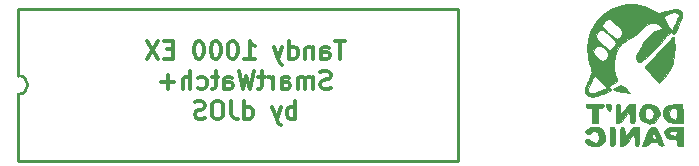
<source format=gbr>
G04 #@! TF.GenerationSoftware,KiCad,Pcbnew,(5.1.4-0-10_14)*
G04 #@! TF.CreationDate,2020-02-03T15:06:25+11:00*
G04 #@! TF.ProjectId,SmartWatch+,536d6172-7457-4617-9463-682b2e6b6963,rev?*
G04 #@! TF.SameCoordinates,Original*
G04 #@! TF.FileFunction,Legend,Bot*
G04 #@! TF.FilePolarity,Positive*
%FSLAX46Y46*%
G04 Gerber Fmt 4.6, Leading zero omitted, Abs format (unit mm)*
G04 Created by KiCad (PCBNEW (5.1.4-0-10_14)) date 2020-02-03 15:06:25*
%MOMM*%
%LPD*%
G04 APERTURE LIST*
%ADD10C,0.300000*%
%ADD11C,0.250000*%
%ADD12C,0.010000*%
G04 APERTURE END LIST*
D10*
X49703571Y-47301571D02*
X48846428Y-47301571D01*
X49275000Y-48801571D02*
X49275000Y-47301571D01*
X47703571Y-48801571D02*
X47703571Y-48015857D01*
X47775000Y-47873000D01*
X47917857Y-47801571D01*
X48203571Y-47801571D01*
X48346428Y-47873000D01*
X47703571Y-48730142D02*
X47846428Y-48801571D01*
X48203571Y-48801571D01*
X48346428Y-48730142D01*
X48417857Y-48587285D01*
X48417857Y-48444428D01*
X48346428Y-48301571D01*
X48203571Y-48230142D01*
X47846428Y-48230142D01*
X47703571Y-48158714D01*
X46989285Y-47801571D02*
X46989285Y-48801571D01*
X46989285Y-47944428D02*
X46917857Y-47873000D01*
X46775000Y-47801571D01*
X46560714Y-47801571D01*
X46417857Y-47873000D01*
X46346428Y-48015857D01*
X46346428Y-48801571D01*
X44989285Y-48801571D02*
X44989285Y-47301571D01*
X44989285Y-48730142D02*
X45132142Y-48801571D01*
X45417857Y-48801571D01*
X45560714Y-48730142D01*
X45632142Y-48658714D01*
X45703571Y-48515857D01*
X45703571Y-48087285D01*
X45632142Y-47944428D01*
X45560714Y-47873000D01*
X45417857Y-47801571D01*
X45132142Y-47801571D01*
X44989285Y-47873000D01*
X44417857Y-47801571D02*
X44060714Y-48801571D01*
X43703571Y-47801571D02*
X44060714Y-48801571D01*
X44203571Y-49158714D01*
X44275000Y-49230142D01*
X44417857Y-49301571D01*
X41203571Y-48801571D02*
X42060714Y-48801571D01*
X41632142Y-48801571D02*
X41632142Y-47301571D01*
X41775000Y-47515857D01*
X41917857Y-47658714D01*
X42060714Y-47730142D01*
X40275000Y-47301571D02*
X40132142Y-47301571D01*
X39989285Y-47373000D01*
X39917857Y-47444428D01*
X39846428Y-47587285D01*
X39775000Y-47873000D01*
X39775000Y-48230142D01*
X39846428Y-48515857D01*
X39917857Y-48658714D01*
X39989285Y-48730142D01*
X40132142Y-48801571D01*
X40275000Y-48801571D01*
X40417857Y-48730142D01*
X40489285Y-48658714D01*
X40560714Y-48515857D01*
X40632142Y-48230142D01*
X40632142Y-47873000D01*
X40560714Y-47587285D01*
X40489285Y-47444428D01*
X40417857Y-47373000D01*
X40275000Y-47301571D01*
X38846428Y-47301571D02*
X38703571Y-47301571D01*
X38560714Y-47373000D01*
X38489285Y-47444428D01*
X38417857Y-47587285D01*
X38346428Y-47873000D01*
X38346428Y-48230142D01*
X38417857Y-48515857D01*
X38489285Y-48658714D01*
X38560714Y-48730142D01*
X38703571Y-48801571D01*
X38846428Y-48801571D01*
X38989285Y-48730142D01*
X39060714Y-48658714D01*
X39132142Y-48515857D01*
X39203571Y-48230142D01*
X39203571Y-47873000D01*
X39132142Y-47587285D01*
X39060714Y-47444428D01*
X38989285Y-47373000D01*
X38846428Y-47301571D01*
X37417857Y-47301571D02*
X37275000Y-47301571D01*
X37132142Y-47373000D01*
X37060714Y-47444428D01*
X36989285Y-47587285D01*
X36917857Y-47873000D01*
X36917857Y-48230142D01*
X36989285Y-48515857D01*
X37060714Y-48658714D01*
X37132142Y-48730142D01*
X37275000Y-48801571D01*
X37417857Y-48801571D01*
X37560714Y-48730142D01*
X37632142Y-48658714D01*
X37703571Y-48515857D01*
X37775000Y-48230142D01*
X37775000Y-47873000D01*
X37703571Y-47587285D01*
X37632142Y-47444428D01*
X37560714Y-47373000D01*
X37417857Y-47301571D01*
X35132142Y-48015857D02*
X34632142Y-48015857D01*
X34417857Y-48801571D02*
X35132142Y-48801571D01*
X35132142Y-47301571D01*
X34417857Y-47301571D01*
X33917857Y-47301571D02*
X32917857Y-48801571D01*
X32917857Y-47301571D02*
X33917857Y-48801571D01*
X48489285Y-51280142D02*
X48275000Y-51351571D01*
X47917857Y-51351571D01*
X47775000Y-51280142D01*
X47703571Y-51208714D01*
X47632142Y-51065857D01*
X47632142Y-50923000D01*
X47703571Y-50780142D01*
X47775000Y-50708714D01*
X47917857Y-50637285D01*
X48203571Y-50565857D01*
X48346428Y-50494428D01*
X48417857Y-50423000D01*
X48489285Y-50280142D01*
X48489285Y-50137285D01*
X48417857Y-49994428D01*
X48346428Y-49923000D01*
X48203571Y-49851571D01*
X47846428Y-49851571D01*
X47632142Y-49923000D01*
X46989285Y-51351571D02*
X46989285Y-50351571D01*
X46989285Y-50494428D02*
X46917857Y-50423000D01*
X46775000Y-50351571D01*
X46560714Y-50351571D01*
X46417857Y-50423000D01*
X46346428Y-50565857D01*
X46346428Y-51351571D01*
X46346428Y-50565857D02*
X46275000Y-50423000D01*
X46132142Y-50351571D01*
X45917857Y-50351571D01*
X45775000Y-50423000D01*
X45703571Y-50565857D01*
X45703571Y-51351571D01*
X44346428Y-51351571D02*
X44346428Y-50565857D01*
X44417857Y-50423000D01*
X44560714Y-50351571D01*
X44846428Y-50351571D01*
X44989285Y-50423000D01*
X44346428Y-51280142D02*
X44489285Y-51351571D01*
X44846428Y-51351571D01*
X44989285Y-51280142D01*
X45060714Y-51137285D01*
X45060714Y-50994428D01*
X44989285Y-50851571D01*
X44846428Y-50780142D01*
X44489285Y-50780142D01*
X44346428Y-50708714D01*
X43632142Y-51351571D02*
X43632142Y-50351571D01*
X43632142Y-50637285D02*
X43560714Y-50494428D01*
X43489285Y-50423000D01*
X43346428Y-50351571D01*
X43203571Y-50351571D01*
X42917857Y-50351571D02*
X42346428Y-50351571D01*
X42703571Y-49851571D02*
X42703571Y-51137285D01*
X42632142Y-51280142D01*
X42489285Y-51351571D01*
X42346428Y-51351571D01*
X41989285Y-49851571D02*
X41632142Y-51351571D01*
X41346428Y-50280142D01*
X41060714Y-51351571D01*
X40703571Y-49851571D01*
X39489285Y-51351571D02*
X39489285Y-50565857D01*
X39560714Y-50423000D01*
X39703571Y-50351571D01*
X39989285Y-50351571D01*
X40132142Y-50423000D01*
X39489285Y-51280142D02*
X39632142Y-51351571D01*
X39989285Y-51351571D01*
X40132142Y-51280142D01*
X40203571Y-51137285D01*
X40203571Y-50994428D01*
X40132142Y-50851571D01*
X39989285Y-50780142D01*
X39632142Y-50780142D01*
X39489285Y-50708714D01*
X38989285Y-50351571D02*
X38417857Y-50351571D01*
X38775000Y-49851571D02*
X38775000Y-51137285D01*
X38703571Y-51280142D01*
X38560714Y-51351571D01*
X38417857Y-51351571D01*
X37275000Y-51280142D02*
X37417857Y-51351571D01*
X37703571Y-51351571D01*
X37846428Y-51280142D01*
X37917857Y-51208714D01*
X37989285Y-51065857D01*
X37989285Y-50637285D01*
X37917857Y-50494428D01*
X37846428Y-50423000D01*
X37703571Y-50351571D01*
X37417857Y-50351571D01*
X37275000Y-50423000D01*
X36632142Y-51351571D02*
X36632142Y-49851571D01*
X35989285Y-51351571D02*
X35989285Y-50565857D01*
X36060714Y-50423000D01*
X36203571Y-50351571D01*
X36417857Y-50351571D01*
X36560714Y-50423000D01*
X36632142Y-50494428D01*
X35275000Y-50780142D02*
X34132142Y-50780142D01*
X34703571Y-51351571D02*
X34703571Y-50208714D01*
X45489285Y-53901571D02*
X45489285Y-52401571D01*
X45489285Y-52973000D02*
X45346428Y-52901571D01*
X45060714Y-52901571D01*
X44917857Y-52973000D01*
X44846428Y-53044428D01*
X44775000Y-53187285D01*
X44775000Y-53615857D01*
X44846428Y-53758714D01*
X44917857Y-53830142D01*
X45060714Y-53901571D01*
X45346428Y-53901571D01*
X45489285Y-53830142D01*
X44275000Y-52901571D02*
X43917857Y-53901571D01*
X43560714Y-52901571D02*
X43917857Y-53901571D01*
X44060714Y-54258714D01*
X44132142Y-54330142D01*
X44275000Y-54401571D01*
X41203571Y-53901571D02*
X41203571Y-52401571D01*
X41203571Y-53830142D02*
X41346428Y-53901571D01*
X41632142Y-53901571D01*
X41775000Y-53830142D01*
X41846428Y-53758714D01*
X41917857Y-53615857D01*
X41917857Y-53187285D01*
X41846428Y-53044428D01*
X41775000Y-52973000D01*
X41632142Y-52901571D01*
X41346428Y-52901571D01*
X41203571Y-52973000D01*
X40060714Y-52401571D02*
X40060714Y-53473000D01*
X40132142Y-53687285D01*
X40275000Y-53830142D01*
X40489285Y-53901571D01*
X40632142Y-53901571D01*
X39060714Y-52401571D02*
X38775000Y-52401571D01*
X38632142Y-52473000D01*
X38489285Y-52615857D01*
X38417857Y-52901571D01*
X38417857Y-53401571D01*
X38489285Y-53687285D01*
X38632142Y-53830142D01*
X38775000Y-53901571D01*
X39060714Y-53901571D01*
X39203571Y-53830142D01*
X39346428Y-53687285D01*
X39417857Y-53401571D01*
X39417857Y-52901571D01*
X39346428Y-52615857D01*
X39203571Y-52473000D01*
X39060714Y-52401571D01*
X37846428Y-53830142D02*
X37632142Y-53901571D01*
X37275000Y-53901571D01*
X37132142Y-53830142D01*
X37060714Y-53758714D01*
X36989285Y-53615857D01*
X36989285Y-53473000D01*
X37060714Y-53330142D01*
X37132142Y-53258714D01*
X37275000Y-53187285D01*
X37560714Y-53115857D01*
X37703571Y-53044428D01*
X37775000Y-52973000D01*
X37846428Y-52830142D01*
X37846428Y-52687285D01*
X37775000Y-52544428D01*
X37703571Y-52473000D01*
X37560714Y-52401571D01*
X37203571Y-52401571D01*
X36989285Y-52473000D01*
D11*
X22040000Y-57434000D02*
X59240000Y-57434000D01*
X59240000Y-44634000D02*
X59240000Y-57434000D01*
X22040000Y-44634000D02*
X59240000Y-44634000D01*
X22040000Y-44634000D02*
X22040000Y-50234000D01*
X22040000Y-57434000D02*
X22040000Y-51834000D01*
X22040000Y-51834000D02*
G75*
G03X22040000Y-50234000I-372J800000D01*
G01*
D12*
G36*
X77745166Y-54568915D02*
G01*
X77294761Y-54593670D01*
X76988099Y-54671806D01*
X76805435Y-54812596D01*
X76727026Y-55025313D01*
X76724409Y-55048297D01*
X76769012Y-55309397D01*
X76955713Y-55487186D01*
X77275672Y-55575112D01*
X77446505Y-55583667D01*
X77673033Y-55591035D01*
X77777492Y-55638917D01*
X77807133Y-55765976D01*
X77808666Y-55880000D01*
X77822826Y-56079095D01*
X77894646Y-56160756D01*
X78062666Y-56176334D01*
X78316666Y-56176334D01*
X78316666Y-55118000D01*
X77808666Y-55118000D01*
X77778622Y-55272998D01*
X77654353Y-55326463D01*
X77571600Y-55329667D01*
X77362859Y-55297771D01*
X77239549Y-55234683D01*
X77171086Y-55089828D01*
X77247810Y-54972226D01*
X77445579Y-54910004D01*
X77521392Y-54906334D01*
X77717850Y-54923351D01*
X77796612Y-54999082D01*
X77808666Y-55118000D01*
X78316666Y-55118000D01*
X78316666Y-54567667D01*
X77745166Y-54568915D01*
X77745166Y-54568915D01*
G37*
X77745166Y-54568915D02*
X77294761Y-54593670D01*
X76988099Y-54671806D01*
X76805435Y-54812596D01*
X76727026Y-55025313D01*
X76724409Y-55048297D01*
X76769012Y-55309397D01*
X76955713Y-55487186D01*
X77275672Y-55575112D01*
X77446505Y-55583667D01*
X77673033Y-55591035D01*
X77777492Y-55638917D01*
X77807133Y-55765976D01*
X77808666Y-55880000D01*
X77822826Y-56079095D01*
X77894646Y-56160756D01*
X78062666Y-56176334D01*
X78316666Y-56176334D01*
X78316666Y-55118000D01*
X77808666Y-55118000D01*
X77778622Y-55272998D01*
X77654353Y-55326463D01*
X77571600Y-55329667D01*
X77362859Y-55297771D01*
X77239549Y-55234683D01*
X77171086Y-55089828D01*
X77247810Y-54972226D01*
X77445579Y-54910004D01*
X77521392Y-54906334D01*
X77717850Y-54923351D01*
X77796612Y-54999082D01*
X77808666Y-55118000D01*
X78316666Y-55118000D01*
X78316666Y-54567667D01*
X77745166Y-54568915D01*
G36*
X75645761Y-54616113D02*
G01*
X75547513Y-54653623D01*
X75461292Y-54751291D01*
X75364945Y-54937876D01*
X75236322Y-55242136D01*
X75174951Y-55393167D01*
X74857556Y-56176334D01*
X75102466Y-56176334D01*
X75340750Y-56113493D01*
X75438000Y-56007000D01*
X75562400Y-55884216D01*
X75787926Y-55839105D01*
X75858607Y-55837667D01*
X76093555Y-55859900D01*
X76212296Y-55941008D01*
X76242333Y-56007000D01*
X76366663Y-56149297D01*
X76502039Y-56176334D01*
X76656283Y-56154131D01*
X76702585Y-56112834D01*
X76668095Y-56012026D01*
X76580137Y-55794646D01*
X76454343Y-55498714D01*
X76443560Y-55473995D01*
X76011958Y-55473995D01*
X76010506Y-55561436D01*
X75924852Y-55583081D01*
X75861333Y-55583667D01*
X75719218Y-55524097D01*
X75693296Y-55435500D01*
X75738931Y-55231772D01*
X75773102Y-55163202D01*
X75839767Y-55105292D01*
X75904558Y-55186087D01*
X75941139Y-55274547D01*
X76011958Y-55473995D01*
X76443560Y-55473995D01*
X76380600Y-55329667D01*
X76229334Y-54992431D01*
X76119912Y-54781374D01*
X76027619Y-54666972D01*
X75927742Y-54619701D01*
X75795566Y-54610035D01*
X75778189Y-54610000D01*
X75645761Y-54616113D01*
X75645761Y-54616113D01*
G37*
X75645761Y-54616113D02*
X75547513Y-54653623D01*
X75461292Y-54751291D01*
X75364945Y-54937876D01*
X75236322Y-55242136D01*
X75174951Y-55393167D01*
X74857556Y-56176334D01*
X75102466Y-56176334D01*
X75340750Y-56113493D01*
X75438000Y-56007000D01*
X75562400Y-55884216D01*
X75787926Y-55839105D01*
X75858607Y-55837667D01*
X76093555Y-55859900D01*
X76212296Y-55941008D01*
X76242333Y-56007000D01*
X76366663Y-56149297D01*
X76502039Y-56176334D01*
X76656283Y-56154131D01*
X76702585Y-56112834D01*
X76668095Y-56012026D01*
X76580137Y-55794646D01*
X76454343Y-55498714D01*
X76443560Y-55473995D01*
X76011958Y-55473995D01*
X76010506Y-55561436D01*
X75924852Y-55583081D01*
X75861333Y-55583667D01*
X75719218Y-55524097D01*
X75693296Y-55435500D01*
X75738931Y-55231772D01*
X75773102Y-55163202D01*
X75839767Y-55105292D01*
X75904558Y-55186087D01*
X75941139Y-55274547D01*
X76011958Y-55473995D01*
X76443560Y-55473995D01*
X76380600Y-55329667D01*
X76229334Y-54992431D01*
X76119912Y-54781374D01*
X76027619Y-54666972D01*
X75927742Y-54619701D01*
X75795566Y-54610035D01*
X75778189Y-54610000D01*
X75645761Y-54616113D01*
G36*
X74183061Y-54595414D02*
G01*
X74031116Y-54699074D01*
X73849244Y-54909276D01*
X73773044Y-55011184D01*
X73448333Y-55454702D01*
X73406000Y-55032351D01*
X73369103Y-54775996D01*
X73312009Y-54648789D01*
X73214578Y-54610548D01*
X73194333Y-54610000D01*
X73114249Y-54623640D01*
X73062416Y-54685695D01*
X73030995Y-54827864D01*
X73012147Y-55081849D01*
X73000656Y-55393167D01*
X72976312Y-56176334D01*
X73218685Y-56176334D01*
X73374509Y-56149030D01*
X73522347Y-56047036D01*
X73699525Y-55840223D01*
X73793362Y-55712493D01*
X73969781Y-55478184D01*
X74112111Y-55310814D01*
X74189166Y-55246826D01*
X74223934Y-55322341D01*
X74246998Y-55519063D01*
X74252666Y-55710667D01*
X74260016Y-55979775D01*
X74291794Y-56119965D01*
X74362593Y-56171367D01*
X74422000Y-56176334D01*
X74500702Y-56164188D01*
X74550374Y-56106810D01*
X74577627Y-55972790D01*
X74589075Y-55730716D01*
X74591333Y-55372000D01*
X74591333Y-54567667D01*
X74344544Y-54567667D01*
X74183061Y-54595414D01*
X74183061Y-54595414D01*
G37*
X74183061Y-54595414D02*
X74031116Y-54699074D01*
X73849244Y-54909276D01*
X73773044Y-55011184D01*
X73448333Y-55454702D01*
X73406000Y-55032351D01*
X73369103Y-54775996D01*
X73312009Y-54648789D01*
X73214578Y-54610548D01*
X73194333Y-54610000D01*
X73114249Y-54623640D01*
X73062416Y-54685695D01*
X73030995Y-54827864D01*
X73012147Y-55081849D01*
X73000656Y-55393167D01*
X72976312Y-56176334D01*
X73218685Y-56176334D01*
X73374509Y-56149030D01*
X73522347Y-56047036D01*
X73699525Y-55840223D01*
X73793362Y-55712493D01*
X73969781Y-55478184D01*
X74112111Y-55310814D01*
X74189166Y-55246826D01*
X74223934Y-55322341D01*
X74246998Y-55519063D01*
X74252666Y-55710667D01*
X74260016Y-55979775D01*
X74291794Y-56119965D01*
X74362593Y-56171367D01*
X74422000Y-56176334D01*
X74500702Y-56164188D01*
X74550374Y-56106810D01*
X74577627Y-55972790D01*
X74589075Y-55730716D01*
X74591333Y-55372000D01*
X74591333Y-54567667D01*
X74344544Y-54567667D01*
X74183061Y-54595414D01*
G36*
X72249609Y-54573252D02*
G01*
X72187766Y-54611155D01*
X72153790Y-54713092D01*
X72139335Y-54910784D01*
X72136053Y-55235947D01*
X72136000Y-55372000D01*
X72137470Y-55744619D01*
X72147444Y-55979623D01*
X72174270Y-56108730D01*
X72226294Y-56163660D01*
X72311863Y-56176130D01*
X72347666Y-56176334D01*
X72445724Y-56170748D01*
X72507567Y-56132846D01*
X72541543Y-56030908D01*
X72555998Y-55833217D01*
X72559280Y-55508054D01*
X72559333Y-55372000D01*
X72557863Y-54999381D01*
X72547889Y-54764377D01*
X72521063Y-54635270D01*
X72469039Y-54580340D01*
X72383470Y-54567870D01*
X72347666Y-54567667D01*
X72249609Y-54573252D01*
X72249609Y-54573252D01*
G37*
X72249609Y-54573252D02*
X72187766Y-54611155D01*
X72153790Y-54713092D01*
X72139335Y-54910784D01*
X72136053Y-55235947D01*
X72136000Y-55372000D01*
X72137470Y-55744619D01*
X72147444Y-55979623D01*
X72174270Y-56108730D01*
X72226294Y-56163660D01*
X72311863Y-56176130D01*
X72347666Y-56176334D01*
X72445724Y-56170748D01*
X72507567Y-56132846D01*
X72541543Y-56030908D01*
X72555998Y-55833217D01*
X72559280Y-55508054D01*
X72559333Y-55372000D01*
X72557863Y-54999381D01*
X72547889Y-54764377D01*
X72521063Y-54635270D01*
X72469039Y-54580340D01*
X72383470Y-54567870D01*
X72347666Y-54567667D01*
X72249609Y-54573252D01*
G36*
X70520815Y-54612873D02*
G01*
X70268665Y-54727676D01*
X70084327Y-54880851D01*
X70019333Y-55029608D01*
X70086706Y-55140149D01*
X70241961Y-55185475D01*
X70414802Y-55160813D01*
X70533310Y-55064499D01*
X70683727Y-54938595D01*
X70895967Y-54912969D01*
X71089902Y-54995574D01*
X71103066Y-55007934D01*
X71171508Y-55156401D01*
X71204201Y-55384687D01*
X71204666Y-55414334D01*
X71177991Y-55646333D01*
X71112794Y-55809610D01*
X71103066Y-55820734D01*
X70903870Y-55915738D01*
X70680138Y-55881930D01*
X70512759Y-55741762D01*
X70371254Y-55611881D01*
X70206098Y-55620467D01*
X70050370Y-55704809D01*
X70044843Y-55826097D01*
X70188502Y-56006836D01*
X70188666Y-56007000D01*
X70413733Y-56130414D01*
X70728349Y-56182896D01*
X71068325Y-56164498D01*
X71369471Y-56075271D01*
X71483081Y-56005968D01*
X71698390Y-55739378D01*
X71764436Y-55412646D01*
X71675289Y-55055795D01*
X71672109Y-55049033D01*
X71465098Y-54768002D01*
X71160486Y-54611113D01*
X70788767Y-54567667D01*
X70520815Y-54612873D01*
X70520815Y-54612873D01*
G37*
X70520815Y-54612873D02*
X70268665Y-54727676D01*
X70084327Y-54880851D01*
X70019333Y-55029608D01*
X70086706Y-55140149D01*
X70241961Y-55185475D01*
X70414802Y-55160813D01*
X70533310Y-55064499D01*
X70683727Y-54938595D01*
X70895967Y-54912969D01*
X71089902Y-54995574D01*
X71103066Y-55007934D01*
X71171508Y-55156401D01*
X71204201Y-55384687D01*
X71204666Y-55414334D01*
X71177991Y-55646333D01*
X71112794Y-55809610D01*
X71103066Y-55820734D01*
X70903870Y-55915738D01*
X70680138Y-55881930D01*
X70512759Y-55741762D01*
X70371254Y-55611881D01*
X70206098Y-55620467D01*
X70050370Y-55704809D01*
X70044843Y-55826097D01*
X70188502Y-56006836D01*
X70188666Y-56007000D01*
X70413733Y-56130414D01*
X70728349Y-56182896D01*
X71068325Y-56164498D01*
X71369471Y-56075271D01*
X71483081Y-56005968D01*
X71698390Y-55739378D01*
X71764436Y-55412646D01*
X71675289Y-55055795D01*
X71672109Y-55049033D01*
X71465098Y-54768002D01*
X71160486Y-54611113D01*
X70788767Y-54567667D01*
X70520815Y-54612873D01*
G36*
X75169215Y-52660028D02*
G01*
X74865115Y-52842546D01*
X74838820Y-52867821D01*
X74648480Y-53163243D01*
X74585574Y-53506680D01*
X74656456Y-53839714D01*
X74720829Y-53952871D01*
X74864475Y-54074184D01*
X75091303Y-54193834D01*
X75330118Y-54280850D01*
X75509727Y-54304263D01*
X75522666Y-54301665D01*
X75630556Y-54278504D01*
X75752610Y-54254293D01*
X75964400Y-54145107D01*
X76171438Y-53935550D01*
X76322700Y-53688141D01*
X76369333Y-53498633D01*
X76369143Y-53497720D01*
X75861333Y-53497720D01*
X75799864Y-53738233D01*
X75646178Y-53904938D01*
X75446358Y-53971619D01*
X75246488Y-53912063D01*
X75200933Y-53873400D01*
X75132492Y-53724932D01*
X75099798Y-53496647D01*
X75099333Y-53467000D01*
X75145671Y-53167564D01*
X75289650Y-53001859D01*
X75494288Y-52959000D01*
X75692849Y-53034903D01*
X75822334Y-53240654D01*
X75861333Y-53497720D01*
X76369143Y-53497720D01*
X76296445Y-53148700D01*
X76102663Y-52874489D01*
X75825314Y-52691384D01*
X75501723Y-52614769D01*
X75169215Y-52660028D01*
X75169215Y-52660028D01*
G37*
X75169215Y-52660028D02*
X74865115Y-52842546D01*
X74838820Y-52867821D01*
X74648480Y-53163243D01*
X74585574Y-53506680D01*
X74656456Y-53839714D01*
X74720829Y-53952871D01*
X74864475Y-54074184D01*
X75091303Y-54193834D01*
X75330118Y-54280850D01*
X75509727Y-54304263D01*
X75522666Y-54301665D01*
X75630556Y-54278504D01*
X75752610Y-54254293D01*
X75964400Y-54145107D01*
X76171438Y-53935550D01*
X76322700Y-53688141D01*
X76369333Y-53498633D01*
X76369143Y-53497720D01*
X75861333Y-53497720D01*
X75799864Y-53738233D01*
X75646178Y-53904938D01*
X75446358Y-53971619D01*
X75246488Y-53912063D01*
X75200933Y-53873400D01*
X75132492Y-53724932D01*
X75099798Y-53496647D01*
X75099333Y-53467000D01*
X75145671Y-53167564D01*
X75289650Y-53001859D01*
X75494288Y-52959000D01*
X75692849Y-53034903D01*
X75822334Y-53240654D01*
X75861333Y-53497720D01*
X76369143Y-53497720D01*
X76296445Y-53148700D01*
X76102663Y-52874489D01*
X75825314Y-52691384D01*
X75501723Y-52614769D01*
X75169215Y-52660028D01*
G36*
X77235817Y-52705207D02*
G01*
X76926295Y-52839471D01*
X76824369Y-52919600D01*
X76648053Y-53202983D01*
X76616155Y-53522297D01*
X76726055Y-53829493D01*
X76883829Y-54009807D01*
X77049902Y-54129824D01*
X77225991Y-54196391D01*
X77469760Y-54224379D01*
X77733673Y-54229000D01*
X78323021Y-54229000D01*
X78299335Y-53467000D01*
X77808666Y-53467000D01*
X77801957Y-53751877D01*
X77773824Y-53905817D01*
X77712259Y-53966958D01*
X77648713Y-53975000D01*
X77465881Y-53923553D01*
X77299463Y-53821717D01*
X77137803Y-53605962D01*
X77105975Y-53365040D01*
X77189415Y-53146266D01*
X77373559Y-52996953D01*
X77565033Y-52959000D01*
X77699900Y-52966467D01*
X77772694Y-53015472D01*
X77802556Y-53145922D01*
X77808624Y-53397721D01*
X77808666Y-53467000D01*
X78299335Y-53467000D01*
X78298677Y-53445834D01*
X78274333Y-52662667D01*
X78025312Y-52634314D01*
X77622058Y-52632094D01*
X77235817Y-52705207D01*
X77235817Y-52705207D01*
G37*
X77235817Y-52705207D02*
X76926295Y-52839471D01*
X76824369Y-52919600D01*
X76648053Y-53202983D01*
X76616155Y-53522297D01*
X76726055Y-53829493D01*
X76883829Y-54009807D01*
X77049902Y-54129824D01*
X77225991Y-54196391D01*
X77469760Y-54224379D01*
X77733673Y-54229000D01*
X78323021Y-54229000D01*
X78299335Y-53467000D01*
X77808666Y-53467000D01*
X77801957Y-53751877D01*
X77773824Y-53905817D01*
X77712259Y-53966958D01*
X77648713Y-53975000D01*
X77465881Y-53923553D01*
X77299463Y-53821717D01*
X77137803Y-53605962D01*
X77105975Y-53365040D01*
X77189415Y-53146266D01*
X77373559Y-52996953D01*
X77565033Y-52959000D01*
X77699900Y-52966467D01*
X77772694Y-53015472D01*
X77802556Y-53145922D01*
X77808624Y-53397721D01*
X77808666Y-53467000D01*
X78299335Y-53467000D01*
X78298677Y-53445834D01*
X78274333Y-52662667D01*
X78025312Y-52634314D01*
X77622058Y-52632094D01*
X77235817Y-52705207D01*
G36*
X73832555Y-52648283D02*
G01*
X73676814Y-52752989D01*
X73491082Y-52965734D01*
X73431902Y-53043667D01*
X73256936Y-53264801D01*
X73116853Y-53417995D01*
X73049261Y-53467000D01*
X73011266Y-53390826D01*
X72987155Y-53196069D01*
X72982666Y-53043667D01*
X72973751Y-52789750D01*
X72935910Y-52663112D01*
X72852500Y-52622145D01*
X72813333Y-52620334D01*
X72734631Y-52632479D01*
X72684959Y-52689857D01*
X72657706Y-52823877D01*
X72646258Y-53065951D01*
X72644000Y-53424667D01*
X72644000Y-54229000D01*
X72876833Y-54227174D01*
X73030188Y-54195323D01*
X73182407Y-54083011D01*
X73368391Y-53861206D01*
X73448333Y-53751758D01*
X73787000Y-53278168D01*
X73812392Y-53753584D01*
X73832926Y-54024261D01*
X73870632Y-54166461D01*
X73945507Y-54221018D01*
X74045225Y-54229000D01*
X74141329Y-54222944D01*
X74201941Y-54183631D01*
X74235239Y-54079346D01*
X74249405Y-53878375D01*
X74252616Y-53549003D01*
X74252666Y-53424667D01*
X74252666Y-52620334D01*
X74000308Y-52620334D01*
X73832555Y-52648283D01*
X73832555Y-52648283D01*
G37*
X73832555Y-52648283D02*
X73676814Y-52752989D01*
X73491082Y-52965734D01*
X73431902Y-53043667D01*
X73256936Y-53264801D01*
X73116853Y-53417995D01*
X73049261Y-53467000D01*
X73011266Y-53390826D01*
X72987155Y-53196069D01*
X72982666Y-53043667D01*
X72973751Y-52789750D01*
X72935910Y-52663112D01*
X72852500Y-52622145D01*
X72813333Y-52620334D01*
X72734631Y-52632479D01*
X72684959Y-52689857D01*
X72657706Y-52823877D01*
X72646258Y-53065951D01*
X72644000Y-53424667D01*
X72644000Y-54229000D01*
X72876833Y-54227174D01*
X73030188Y-54195323D01*
X73182407Y-54083011D01*
X73368391Y-53861206D01*
X73448333Y-53751758D01*
X73787000Y-53278168D01*
X73812392Y-53753584D01*
X73832926Y-54024261D01*
X73870632Y-54166461D01*
X73945507Y-54221018D01*
X74045225Y-54229000D01*
X74141329Y-54222944D01*
X74201941Y-54183631D01*
X74235239Y-54079346D01*
X74249405Y-53878375D01*
X74252616Y-53549003D01*
X74252666Y-53424667D01*
X74252666Y-52620334D01*
X74000308Y-52620334D01*
X73832555Y-52648283D01*
G36*
X70503965Y-52623163D02*
G01*
X70279002Y-52636426D01*
X70158884Y-52667285D01*
X70111379Y-52722901D01*
X70104000Y-52789667D01*
X70143916Y-52913614D01*
X70292433Y-52957253D01*
X70358000Y-52959000D01*
X70612000Y-52959000D01*
X70612000Y-54229000D01*
X71120000Y-54229000D01*
X71120000Y-52959000D01*
X71374000Y-52959000D01*
X71559920Y-52932390D01*
X71625379Y-52833378D01*
X71628000Y-52789667D01*
X71615267Y-52709215D01*
X71555584Y-52659223D01*
X71416720Y-52632530D01*
X71166447Y-52621973D01*
X70866000Y-52620334D01*
X70503965Y-52623163D01*
X70503965Y-52623163D01*
G37*
X70503965Y-52623163D02*
X70279002Y-52636426D01*
X70158884Y-52667285D01*
X70111379Y-52722901D01*
X70104000Y-52789667D01*
X70143916Y-52913614D01*
X70292433Y-52957253D01*
X70358000Y-52959000D01*
X70612000Y-52959000D01*
X70612000Y-54229000D01*
X71120000Y-54229000D01*
X71120000Y-52959000D01*
X71374000Y-52959000D01*
X71559920Y-52932390D01*
X71625379Y-52833378D01*
X71628000Y-52789667D01*
X71615267Y-52709215D01*
X71555584Y-52659223D01*
X71416720Y-52632530D01*
X71166447Y-52621973D01*
X70866000Y-52620334D01*
X70503965Y-52623163D01*
G36*
X71839954Y-52674825D02*
G01*
X71799632Y-52824566D01*
X71889374Y-53048954D01*
X71929134Y-53109495D01*
X72059257Y-53263136D01*
X72140276Y-53266025D01*
X72184537Y-53111222D01*
X72197559Y-52958561D01*
X72199471Y-52741303D01*
X72153978Y-52644512D01*
X72034266Y-52620582D01*
X72007059Y-52620334D01*
X71839954Y-52674825D01*
X71839954Y-52674825D01*
G37*
X71839954Y-52674825D02*
X71799632Y-52824566D01*
X71889374Y-53048954D01*
X71929134Y-53109495D01*
X72059257Y-53263136D01*
X72140276Y-53266025D01*
X72184537Y-53111222D01*
X72197559Y-52958561D01*
X72199471Y-52741303D01*
X72153978Y-52644512D01*
X72034266Y-52620582D01*
X72007059Y-52620334D01*
X71839954Y-52674825D01*
G36*
X72898201Y-44320516D02*
G01*
X72264591Y-44569788D01*
X71689362Y-44927322D01*
X71186712Y-45380997D01*
X70770843Y-45918694D01*
X70455955Y-46528293D01*
X70256250Y-47197673D01*
X70185926Y-47914715D01*
X70259185Y-48667298D01*
X70400333Y-49199355D01*
X70501149Y-49514058D01*
X70575898Y-49774781D01*
X70610951Y-49933313D01*
X70612000Y-49948217D01*
X70577128Y-50076498D01*
X70484608Y-50311102D01*
X70352584Y-50606926D01*
X70315666Y-50684879D01*
X70135781Y-51090133D01*
X70045049Y-51385696D01*
X70040000Y-51603635D01*
X70117163Y-51776016D01*
X70188666Y-51858334D01*
X70377063Y-51977068D01*
X70642476Y-52011936D01*
X71021918Y-51967608D01*
X71035048Y-51965178D01*
X71218168Y-51910518D01*
X71493738Y-51805407D01*
X71797048Y-51674843D01*
X72078717Y-51543579D01*
X72226519Y-51459556D01*
X72261368Y-51401344D01*
X72204180Y-51347511D01*
X72147670Y-51315574D01*
X72055699Y-51259244D01*
X71912677Y-51259244D01*
X71452838Y-51473295D01*
X71090872Y-51609869D01*
X70758476Y-51678339D01*
X70492064Y-51675996D01*
X70328054Y-51600134D01*
X70302726Y-51558808D01*
X70302239Y-51382006D01*
X70375645Y-51119517D01*
X70501972Y-50825918D01*
X70660248Y-50555788D01*
X70717654Y-50478938D01*
X70908333Y-50242543D01*
X71410505Y-50750894D01*
X71912677Y-51259244D01*
X72055699Y-51259244D01*
X72044104Y-51252143D01*
X72025666Y-51194306D01*
X72110685Y-51113140D01*
X72317489Y-50979726D01*
X72388074Y-50936230D01*
X72639386Y-50767295D01*
X72759916Y-50642739D01*
X72773065Y-50536928D01*
X72767167Y-50520958D01*
X72603270Y-50097876D01*
X72514042Y-49751665D01*
X72486096Y-49414556D01*
X72495830Y-49147636D01*
X72611073Y-48483426D01*
X72661488Y-48365851D01*
X71990640Y-48365851D01*
X71978839Y-48552760D01*
X71880409Y-48727901D01*
X71687107Y-48921211D01*
X71477728Y-48962591D01*
X71233781Y-48850718D01*
X71017736Y-48666151D01*
X70806842Y-48443712D01*
X70717237Y-48280983D01*
X70739423Y-48130116D01*
X70863902Y-47943266D01*
X70872145Y-47932752D01*
X71070013Y-47754897D01*
X71280945Y-47729817D01*
X71530955Y-47857433D01*
X71623412Y-47930466D01*
X71875983Y-48170268D01*
X71990640Y-48365851D01*
X72661488Y-48365851D01*
X72854313Y-47916161D01*
X73167801Y-47520845D01*
X72617946Y-47520845D01*
X72533924Y-47679442D01*
X72430353Y-47796400D01*
X72258347Y-47954799D01*
X72124245Y-48042036D01*
X72098993Y-48047953D01*
X71998153Y-47994697D01*
X71808428Y-47853263D01*
X71565120Y-47650588D01*
X71479833Y-47575523D01*
X71235661Y-47340542D01*
X71051100Y-47130246D01*
X70956788Y-46980714D01*
X70950666Y-46952322D01*
X71004067Y-46773742D01*
X71132645Y-46574269D01*
X71288963Y-46414591D01*
X71417551Y-46355000D01*
X71541115Y-46410355D01*
X71743742Y-46554103D01*
X71986927Y-46752771D01*
X72232166Y-46972886D01*
X72440954Y-47180975D01*
X72574786Y-47343565D01*
X72594360Y-47378029D01*
X72617946Y-47520845D01*
X73167801Y-47520845D01*
X73218555Y-47456844D01*
X73696807Y-47116479D01*
X73826397Y-47054320D01*
X74177043Y-46855906D01*
X74571290Y-46561242D01*
X74631091Y-46507854D01*
X73199351Y-46507854D01*
X73182877Y-46710131D01*
X73059285Y-46919311D01*
X72876357Y-47073887D01*
X72726153Y-47117000D01*
X72603127Y-47062473D01*
X72395132Y-46916698D01*
X72138688Y-46706383D01*
X72021245Y-46601499D01*
X71771440Y-46362218D01*
X71578589Y-46157731D01*
X71471354Y-46019358D01*
X71458666Y-45986801D01*
X71519706Y-45844959D01*
X71665924Y-45666753D01*
X71841973Y-45508390D01*
X71992501Y-45426073D01*
X72013226Y-45423667D01*
X72148759Y-45481412D01*
X72358373Y-45631560D01*
X72604182Y-45839483D01*
X72848302Y-46070551D01*
X73052846Y-46290135D01*
X73179931Y-46463605D01*
X73199351Y-46507854D01*
X74631091Y-46507854D01*
X74858268Y-46305042D01*
X75137522Y-46043660D01*
X75338727Y-45882043D01*
X75500274Y-45797008D01*
X75660551Y-45765375D01*
X75757016Y-45762334D01*
X76037254Y-45808043D01*
X76294303Y-45924975D01*
X76477862Y-46082830D01*
X76538666Y-46233145D01*
X76458638Y-46329456D01*
X76236305Y-46400691D01*
X76192143Y-46408410D01*
X75940846Y-46473228D01*
X75716090Y-46595241D01*
X75496161Y-46796181D01*
X75259345Y-47097781D01*
X74983929Y-47521772D01*
X74839034Y-47762643D01*
X74617387Y-48140986D01*
X74472709Y-48404457D01*
X74394002Y-48582873D01*
X74370268Y-48706053D01*
X74390508Y-48803813D01*
X74427659Y-48877910D01*
X74550106Y-49046333D01*
X74654819Y-49128096D01*
X74769575Y-49086563D01*
X74977839Y-48930275D01*
X75264110Y-48674055D01*
X75612887Y-48332727D01*
X76008669Y-47921116D01*
X76435956Y-47454046D01*
X76606087Y-47261997D01*
X76902970Y-46925946D01*
X77109252Y-46702331D01*
X77245240Y-46575629D01*
X77331238Y-46530317D01*
X77387553Y-46550870D01*
X77434489Y-46621766D01*
X77437125Y-46626673D01*
X77489767Y-46707092D01*
X77542831Y-46716699D01*
X77613998Y-46634965D01*
X77720949Y-46441359D01*
X77881367Y-46115353D01*
X77886300Y-46105154D01*
X78099532Y-45618075D01*
X78208435Y-45245694D01*
X78210484Y-45159123D01*
X77978000Y-45159123D01*
X77942895Y-45308160D01*
X77852733Y-45538380D01*
X77730245Y-45803839D01*
X77598162Y-46058596D01*
X77479214Y-46256710D01*
X77396132Y-46352238D01*
X77386315Y-46355000D01*
X77311000Y-46288328D01*
X77174574Y-46111559D01*
X77003435Y-45859561D01*
X76961302Y-45793619D01*
X76776542Y-45491944D01*
X76694523Y-45296514D01*
X76727939Y-45170166D01*
X76889487Y-45075736D01*
X77191861Y-44976062D01*
X77246230Y-44959551D01*
X77596939Y-44892005D01*
X77841024Y-44929420D01*
X77964987Y-45068114D01*
X77978000Y-45159123D01*
X78210484Y-45159123D01*
X78214940Y-44970869D01*
X78120982Y-44776459D01*
X78043828Y-44708801D01*
X77845099Y-44611558D01*
X77607225Y-44589338D01*
X77293469Y-44644214D01*
X76877333Y-44774660D01*
X76327000Y-44967829D01*
X75732424Y-44648447D01*
X75007302Y-44343471D01*
X74283757Y-44195238D01*
X73575989Y-44191626D01*
X72898201Y-44320516D01*
X72898201Y-44320516D01*
G37*
X72898201Y-44320516D02*
X72264591Y-44569788D01*
X71689362Y-44927322D01*
X71186712Y-45380997D01*
X70770843Y-45918694D01*
X70455955Y-46528293D01*
X70256250Y-47197673D01*
X70185926Y-47914715D01*
X70259185Y-48667298D01*
X70400333Y-49199355D01*
X70501149Y-49514058D01*
X70575898Y-49774781D01*
X70610951Y-49933313D01*
X70612000Y-49948217D01*
X70577128Y-50076498D01*
X70484608Y-50311102D01*
X70352584Y-50606926D01*
X70315666Y-50684879D01*
X70135781Y-51090133D01*
X70045049Y-51385696D01*
X70040000Y-51603635D01*
X70117163Y-51776016D01*
X70188666Y-51858334D01*
X70377063Y-51977068D01*
X70642476Y-52011936D01*
X71021918Y-51967608D01*
X71035048Y-51965178D01*
X71218168Y-51910518D01*
X71493738Y-51805407D01*
X71797048Y-51674843D01*
X72078717Y-51543579D01*
X72226519Y-51459556D01*
X72261368Y-51401344D01*
X72204180Y-51347511D01*
X72147670Y-51315574D01*
X72055699Y-51259244D01*
X71912677Y-51259244D01*
X71452838Y-51473295D01*
X71090872Y-51609869D01*
X70758476Y-51678339D01*
X70492064Y-51675996D01*
X70328054Y-51600134D01*
X70302726Y-51558808D01*
X70302239Y-51382006D01*
X70375645Y-51119517D01*
X70501972Y-50825918D01*
X70660248Y-50555788D01*
X70717654Y-50478938D01*
X70908333Y-50242543D01*
X71410505Y-50750894D01*
X71912677Y-51259244D01*
X72055699Y-51259244D01*
X72044104Y-51252143D01*
X72025666Y-51194306D01*
X72110685Y-51113140D01*
X72317489Y-50979726D01*
X72388074Y-50936230D01*
X72639386Y-50767295D01*
X72759916Y-50642739D01*
X72773065Y-50536928D01*
X72767167Y-50520958D01*
X72603270Y-50097876D01*
X72514042Y-49751665D01*
X72486096Y-49414556D01*
X72495830Y-49147636D01*
X72611073Y-48483426D01*
X72661488Y-48365851D01*
X71990640Y-48365851D01*
X71978839Y-48552760D01*
X71880409Y-48727901D01*
X71687107Y-48921211D01*
X71477728Y-48962591D01*
X71233781Y-48850718D01*
X71017736Y-48666151D01*
X70806842Y-48443712D01*
X70717237Y-48280983D01*
X70739423Y-48130116D01*
X70863902Y-47943266D01*
X70872145Y-47932752D01*
X71070013Y-47754897D01*
X71280945Y-47729817D01*
X71530955Y-47857433D01*
X71623412Y-47930466D01*
X71875983Y-48170268D01*
X71990640Y-48365851D01*
X72661488Y-48365851D01*
X72854313Y-47916161D01*
X73167801Y-47520845D01*
X72617946Y-47520845D01*
X72533924Y-47679442D01*
X72430353Y-47796400D01*
X72258347Y-47954799D01*
X72124245Y-48042036D01*
X72098993Y-48047953D01*
X71998153Y-47994697D01*
X71808428Y-47853263D01*
X71565120Y-47650588D01*
X71479833Y-47575523D01*
X71235661Y-47340542D01*
X71051100Y-47130246D01*
X70956788Y-46980714D01*
X70950666Y-46952322D01*
X71004067Y-46773742D01*
X71132645Y-46574269D01*
X71288963Y-46414591D01*
X71417551Y-46355000D01*
X71541115Y-46410355D01*
X71743742Y-46554103D01*
X71986927Y-46752771D01*
X72232166Y-46972886D01*
X72440954Y-47180975D01*
X72574786Y-47343565D01*
X72594360Y-47378029D01*
X72617946Y-47520845D01*
X73167801Y-47520845D01*
X73218555Y-47456844D01*
X73696807Y-47116479D01*
X73826397Y-47054320D01*
X74177043Y-46855906D01*
X74571290Y-46561242D01*
X74631091Y-46507854D01*
X73199351Y-46507854D01*
X73182877Y-46710131D01*
X73059285Y-46919311D01*
X72876357Y-47073887D01*
X72726153Y-47117000D01*
X72603127Y-47062473D01*
X72395132Y-46916698D01*
X72138688Y-46706383D01*
X72021245Y-46601499D01*
X71771440Y-46362218D01*
X71578589Y-46157731D01*
X71471354Y-46019358D01*
X71458666Y-45986801D01*
X71519706Y-45844959D01*
X71665924Y-45666753D01*
X71841973Y-45508390D01*
X71992501Y-45426073D01*
X72013226Y-45423667D01*
X72148759Y-45481412D01*
X72358373Y-45631560D01*
X72604182Y-45839483D01*
X72848302Y-46070551D01*
X73052846Y-46290135D01*
X73179931Y-46463605D01*
X73199351Y-46507854D01*
X74631091Y-46507854D01*
X74858268Y-46305042D01*
X75137522Y-46043660D01*
X75338727Y-45882043D01*
X75500274Y-45797008D01*
X75660551Y-45765375D01*
X75757016Y-45762334D01*
X76037254Y-45808043D01*
X76294303Y-45924975D01*
X76477862Y-46082830D01*
X76538666Y-46233145D01*
X76458638Y-46329456D01*
X76236305Y-46400691D01*
X76192143Y-46408410D01*
X75940846Y-46473228D01*
X75716090Y-46595241D01*
X75496161Y-46796181D01*
X75259345Y-47097781D01*
X74983929Y-47521772D01*
X74839034Y-47762643D01*
X74617387Y-48140986D01*
X74472709Y-48404457D01*
X74394002Y-48582873D01*
X74370268Y-48706053D01*
X74390508Y-48803813D01*
X74427659Y-48877910D01*
X74550106Y-49046333D01*
X74654819Y-49128096D01*
X74769575Y-49086563D01*
X74977839Y-48930275D01*
X75264110Y-48674055D01*
X75612887Y-48332727D01*
X76008669Y-47921116D01*
X76435956Y-47454046D01*
X76606087Y-47261997D01*
X76902970Y-46925946D01*
X77109252Y-46702331D01*
X77245240Y-46575629D01*
X77331238Y-46530317D01*
X77387553Y-46550870D01*
X77434489Y-46621766D01*
X77437125Y-46626673D01*
X77489767Y-46707092D01*
X77542831Y-46716699D01*
X77613998Y-46634965D01*
X77720949Y-46441359D01*
X77881367Y-46115353D01*
X77886300Y-46105154D01*
X78099532Y-45618075D01*
X78208435Y-45245694D01*
X78210484Y-45159123D01*
X77978000Y-45159123D01*
X77942895Y-45308160D01*
X77852733Y-45538380D01*
X77730245Y-45803839D01*
X77598162Y-46058596D01*
X77479214Y-46256710D01*
X77396132Y-46352238D01*
X77386315Y-46355000D01*
X77311000Y-46288328D01*
X77174574Y-46111559D01*
X77003435Y-45859561D01*
X76961302Y-45793619D01*
X76776542Y-45491944D01*
X76694523Y-45296514D01*
X76727939Y-45170166D01*
X76889487Y-45075736D01*
X77191861Y-44976062D01*
X77246230Y-44959551D01*
X77596939Y-44892005D01*
X77841024Y-44929420D01*
X77964987Y-45068114D01*
X77978000Y-45159123D01*
X78210484Y-45159123D01*
X78214940Y-44970869D01*
X78120982Y-44776459D01*
X78043828Y-44708801D01*
X77845099Y-44611558D01*
X77607225Y-44589338D01*
X77293469Y-44644214D01*
X76877333Y-44774660D01*
X76327000Y-44967829D01*
X75732424Y-44648447D01*
X75007302Y-44343471D01*
X74283757Y-44195238D01*
X73575989Y-44191626D01*
X72898201Y-44320516D01*
G36*
X72728532Y-51204106D02*
G01*
X72388253Y-51407024D01*
X72621960Y-51514662D01*
X72836234Y-51581765D01*
X73140356Y-51640508D01*
X73363666Y-51667834D01*
X73871666Y-51713366D01*
X73702333Y-51522712D01*
X73504922Y-51330945D01*
X73300905Y-51166623D01*
X73068810Y-51001188D01*
X72728532Y-51204106D01*
X72728532Y-51204106D01*
G37*
X72728532Y-51204106D02*
X72388253Y-51407024D01*
X72621960Y-51514662D01*
X72836234Y-51581765D01*
X73140356Y-51640508D01*
X73363666Y-51667834D01*
X73871666Y-51713366D01*
X73702333Y-51522712D01*
X73504922Y-51330945D01*
X73300905Y-51166623D01*
X73068810Y-51001188D01*
X72728532Y-51204106D01*
G36*
X77439952Y-46996912D02*
G01*
X77292241Y-47127838D01*
X77150911Y-47287753D01*
X76977477Y-47488964D01*
X76716688Y-47775860D01*
X76400495Y-48113958D01*
X76060846Y-48468775D01*
X75971214Y-48560970D01*
X75663859Y-48881295D01*
X75404000Y-49162226D01*
X75212575Y-49380327D01*
X75110526Y-49512162D01*
X75099333Y-49536756D01*
X75156028Y-49627287D01*
X75309054Y-49806528D01*
X75532825Y-50045676D01*
X75719539Y-50234971D01*
X76339744Y-50851037D01*
X76687191Y-50474102D01*
X77147711Y-49855326D01*
X77455031Y-49164422D01*
X77609143Y-48401411D01*
X77622149Y-47739695D01*
X77597984Y-47408098D01*
X77566103Y-47143470D01*
X77532254Y-46989887D01*
X77521934Y-46971378D01*
X77439952Y-46996912D01*
X77439952Y-46996912D01*
G37*
X77439952Y-46996912D02*
X77292241Y-47127838D01*
X77150911Y-47287753D01*
X76977477Y-47488964D01*
X76716688Y-47775860D01*
X76400495Y-48113958D01*
X76060846Y-48468775D01*
X75971214Y-48560970D01*
X75663859Y-48881295D01*
X75404000Y-49162226D01*
X75212575Y-49380327D01*
X75110526Y-49512162D01*
X75099333Y-49536756D01*
X75156028Y-49627287D01*
X75309054Y-49806528D01*
X75532825Y-50045676D01*
X75719539Y-50234971D01*
X76339744Y-50851037D01*
X76687191Y-50474102D01*
X77147711Y-49855326D01*
X77455031Y-49164422D01*
X77609143Y-48401411D01*
X77622149Y-47739695D01*
X77597984Y-47408098D01*
X77566103Y-47143470D01*
X77532254Y-46989887D01*
X77521934Y-46971378D01*
X77439952Y-46996912D01*
M02*

</source>
